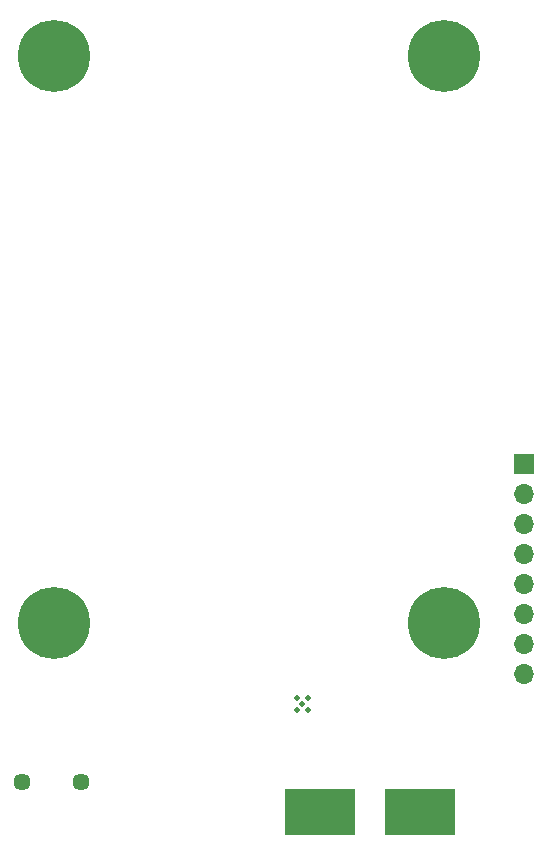
<source format=gbr>
G04 #@! TF.GenerationSoftware,KiCad,Pcbnew,(5.99.0-9568-gb9d26a55f2)*
G04 #@! TF.CreationDate,2021-03-17T08:28:42+01:00*
G04 #@! TF.ProjectId,rpi_cm4_drone_carrier_v01,7270695f-636d-4345-9f64-726f6e655f63,v01*
G04 #@! TF.SameCoordinates,Original*
G04 #@! TF.FileFunction,Soldermask,Bot*
G04 #@! TF.FilePolarity,Negative*
%FSLAX46Y46*%
G04 Gerber Fmt 4.6, Leading zero omitted, Abs format (unit mm)*
G04 Created by KiCad (PCBNEW (5.99.0-9568-gb9d26a55f2)) date 2021-03-17 08:28:42*
%MOMM*%
%LPD*%
G01*
G04 APERTURE LIST*
%ADD10C,0.499999*%
%ADD11C,1.450000*%
%ADD12R,1.700000X1.700000*%
%ADD13O,1.700000X1.700000*%
%ADD14C,6.100000*%
%ADD15R,6.000000X4.000000*%
G04 APERTURE END LIST*
D10*
X151499998Y-137349999D03*
X151499998Y-136350001D03*
X150500000Y-136350001D03*
X150500000Y-137349999D03*
X150999999Y-136850000D03*
D11*
X127218250Y-143462500D03*
X132218250Y-143462500D03*
D12*
X169750000Y-116575000D03*
D13*
X169750000Y-119115000D03*
X169750000Y-121655000D03*
X169750000Y-124195000D03*
X169750000Y-126735000D03*
X169750000Y-129275000D03*
X169750000Y-131815000D03*
X169750000Y-134355000D03*
D14*
X163000000Y-82000000D03*
X130000000Y-130000000D03*
X130000000Y-82000000D03*
X163000000Y-130000000D03*
D15*
X152500000Y-146000000D03*
X160950000Y-146000000D03*
M02*

</source>
